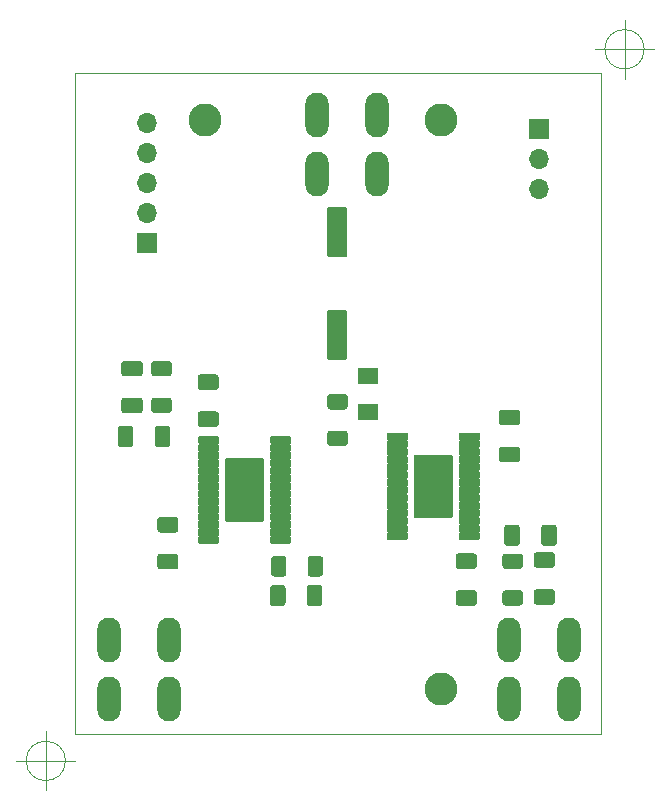
<source format=gbr>
%TF.GenerationSoftware,KiCad,Pcbnew,6.0.1*%
%TF.CreationDate,2022-06-20T02:46:21+02:00*%
%TF.ProjectId,PontHComplet_MK2,506f6e74-4843-46f6-9d70-6c65745f4d4b,rev?*%
%TF.SameCoordinates,Original*%
%TF.FileFunction,Soldermask,Top*%
%TF.FilePolarity,Negative*%
%FSLAX46Y46*%
G04 Gerber Fmt 4.6, Leading zero omitted, Abs format (unit mm)*
G04 Created by KiCad (PCBNEW 6.0.1) date 2022-06-20 02:46:21*
%MOMM*%
%LPD*%
G01*
G04 APERTURE LIST*
%TA.AperFunction,Profile*%
%ADD10C,0.050000*%
%TD*%
%ADD11R,1.800000X1.325000*%
%ADD12R,1.700000X1.700000*%
%ADD13O,1.700000X1.700000*%
%ADD14O,2.003200X3.803200*%
%ADD15C,2.800000*%
G04 APERTURE END LIST*
D10*
X126000000Y-133000000D02*
X170500000Y-132983704D01*
X170500000Y-132983704D02*
X170500000Y-77000000D01*
X170500000Y-77000000D02*
X126000000Y-77000000D01*
X126000000Y-77000000D02*
X126000000Y-133000000D01*
X125166666Y-135250000D02*
G75*
G03*
X125166666Y-135250000I-1666666J0D01*
G01*
X121000000Y-135250000D02*
X126000000Y-135250000D01*
X123500000Y-132750000D02*
X123500000Y-137750000D01*
X174166666Y-75000000D02*
G75*
G03*
X174166666Y-75000000I-1666666J0D01*
G01*
X170000000Y-75000000D02*
X175000000Y-75000000D01*
X172500000Y-72500000D02*
X172500000Y-77500000D01*
D11*
%TO.C,G8*%
X150750000Y-102625000D03*
X150750000Y-105750000D03*
%TD*%
%TO.C,D1*%
G36*
G01*
X134484424Y-119041280D02*
X133184424Y-119041280D01*
G75*
G02*
X132934424Y-118791280I0J250000D01*
G01*
X132934424Y-117966280D01*
G75*
G02*
X133184424Y-117716280I250000J0D01*
G01*
X134484424Y-117716280D01*
G75*
G02*
X134734424Y-117966280I0J-250000D01*
G01*
X134734424Y-118791280D01*
G75*
G02*
X134484424Y-119041280I-250000J0D01*
G01*
G37*
G36*
G01*
X134484424Y-115916280D02*
X133184424Y-115916280D01*
G75*
G02*
X132934424Y-115666280I0J250000D01*
G01*
X132934424Y-114841280D01*
G75*
G02*
X133184424Y-114591280I250000J0D01*
G01*
X134484424Y-114591280D01*
G75*
G02*
X134734424Y-114841280I0J-250000D01*
G01*
X134734424Y-115666280D01*
G75*
G02*
X134484424Y-115916280I-250000J0D01*
G01*
G37*
%TD*%
%TO.C,D10*%
G36*
G01*
X137900000Y-106975000D02*
X136600000Y-106975000D01*
G75*
G02*
X136350000Y-106725000I0J250000D01*
G01*
X136350000Y-105900000D01*
G75*
G02*
X136600000Y-105650000I250000J0D01*
G01*
X137900000Y-105650000D01*
G75*
G02*
X138150000Y-105900000I0J-250000D01*
G01*
X138150000Y-106725000D01*
G75*
G02*
X137900000Y-106975000I-250000J0D01*
G01*
G37*
G36*
G01*
X137900000Y-103850000D02*
X136600000Y-103850000D01*
G75*
G02*
X136350000Y-103600000I0J250000D01*
G01*
X136350000Y-102775000D01*
G75*
G02*
X136600000Y-102525000I250000J0D01*
G01*
X137900000Y-102525000D01*
G75*
G02*
X138150000Y-102775000I0J-250000D01*
G01*
X138150000Y-103600000D01*
G75*
G02*
X137900000Y-103850000I-250000J0D01*
G01*
G37*
%TD*%
%TO.C,D2*%
G36*
G01*
X129595587Y-108431986D02*
X129595587Y-107131986D01*
G75*
G02*
X129845587Y-106881986I250000J0D01*
G01*
X130670587Y-106881986D01*
G75*
G02*
X130920587Y-107131986I0J-250000D01*
G01*
X130920587Y-108431986D01*
G75*
G02*
X130670587Y-108681986I-250000J0D01*
G01*
X129845587Y-108681986D01*
G75*
G02*
X129595587Y-108431986I0J250000D01*
G01*
G37*
G36*
G01*
X132720587Y-108431986D02*
X132720587Y-107131986D01*
G75*
G02*
X132970587Y-106881986I250000J0D01*
G01*
X133795587Y-106881986D01*
G75*
G02*
X134045587Y-107131986I0J-250000D01*
G01*
X134045587Y-108431986D01*
G75*
G02*
X133795587Y-108681986I-250000J0D01*
G01*
X132970587Y-108681986D01*
G75*
G02*
X132720587Y-108431986I0J250000D01*
G01*
G37*
%TD*%
%TO.C,D3*%
G36*
G01*
X130150000Y-101375000D02*
X131450000Y-101375000D01*
G75*
G02*
X131700000Y-101625000I0J-250000D01*
G01*
X131700000Y-102450000D01*
G75*
G02*
X131450000Y-102700000I-250000J0D01*
G01*
X130150000Y-102700000D01*
G75*
G02*
X129900000Y-102450000I0J250000D01*
G01*
X129900000Y-101625000D01*
G75*
G02*
X130150000Y-101375000I250000J0D01*
G01*
G37*
G36*
G01*
X130150000Y-104500000D02*
X131450000Y-104500000D01*
G75*
G02*
X131700000Y-104750000I0J-250000D01*
G01*
X131700000Y-105575000D01*
G75*
G02*
X131450000Y-105825000I-250000J0D01*
G01*
X130150000Y-105825000D01*
G75*
G02*
X129900000Y-105575000I0J250000D01*
G01*
X129900000Y-104750000D01*
G75*
G02*
X130150000Y-104500000I250000J0D01*
G01*
G37*
%TD*%
%TO.C,D4*%
G36*
G01*
X132675000Y-101400000D02*
X133925000Y-101400000D01*
G75*
G02*
X134175000Y-101650000I0J-250000D01*
G01*
X134175000Y-102450000D01*
G75*
G02*
X133925000Y-102700000I-250000J0D01*
G01*
X132675000Y-102700000D01*
G75*
G02*
X132425000Y-102450000I0J250000D01*
G01*
X132425000Y-101650000D01*
G75*
G02*
X132675000Y-101400000I250000J0D01*
G01*
G37*
G36*
G01*
X132675000Y-104500000D02*
X133925000Y-104500000D01*
G75*
G02*
X134175000Y-104750000I0J-250000D01*
G01*
X134175000Y-105550000D01*
G75*
G02*
X133925000Y-105800000I-250000J0D01*
G01*
X132675000Y-105800000D01*
G75*
G02*
X132425000Y-105550000I0J250000D01*
G01*
X132425000Y-104750000D01*
G75*
G02*
X132675000Y-104500000I250000J0D01*
G01*
G37*
%TD*%
%TO.C,D5*%
G36*
G01*
X146977915Y-118148495D02*
X146977915Y-119398495D01*
G75*
G02*
X146727915Y-119648495I-250000J0D01*
G01*
X145927915Y-119648495D01*
G75*
G02*
X145677915Y-119398495I0J250000D01*
G01*
X145677915Y-118148495D01*
G75*
G02*
X145927915Y-117898495I250000J0D01*
G01*
X146727915Y-117898495D01*
G75*
G02*
X146977915Y-118148495I0J-250000D01*
G01*
G37*
G36*
G01*
X143877915Y-118148495D02*
X143877915Y-119398495D01*
G75*
G02*
X143627915Y-119648495I-250000J0D01*
G01*
X142827915Y-119648495D01*
G75*
G02*
X142577915Y-119398495I0J250000D01*
G01*
X142577915Y-118148495D01*
G75*
G02*
X142827915Y-117898495I250000J0D01*
G01*
X143627915Y-117898495D01*
G75*
G02*
X143877915Y-118148495I0J-250000D01*
G01*
G37*
%TD*%
%TO.C,D8*%
G36*
G01*
X146927512Y-120604899D02*
X146927512Y-121904899D01*
G75*
G02*
X146677512Y-122154899I-250000J0D01*
G01*
X145852512Y-122154899D01*
G75*
G02*
X145602512Y-121904899I0J250000D01*
G01*
X145602512Y-120604899D01*
G75*
G02*
X145852512Y-120354899I250000J0D01*
G01*
X146677512Y-120354899D01*
G75*
G02*
X146927512Y-120604899I0J-250000D01*
G01*
G37*
G36*
G01*
X143802512Y-120604899D02*
X143802512Y-121904899D01*
G75*
G02*
X143552512Y-122154899I-250000J0D01*
G01*
X142727512Y-122154899D01*
G75*
G02*
X142477512Y-121904899I0J250000D01*
G01*
X142477512Y-120604899D01*
G75*
G02*
X142727512Y-120354899I250000J0D01*
G01*
X143552512Y-120354899D01*
G75*
G02*
X143802512Y-120604899I0J-250000D01*
G01*
G37*
%TD*%
%TO.C,DRIVER_DROIT1*%
G36*
G01*
X138082356Y-108429083D02*
X136482356Y-108429083D01*
G75*
G02*
X136380756Y-108327483I0J101600D01*
G01*
X136380756Y-107877483D01*
G75*
G02*
X136482356Y-107775883I101600J0D01*
G01*
X138082356Y-107775883D01*
G75*
G02*
X138183956Y-107877483I0J-101600D01*
G01*
X138183956Y-108327483D01*
G75*
G02*
X138082356Y-108429083I-101600J0D01*
G01*
G37*
G36*
G01*
X138082356Y-109079083D02*
X136482356Y-109079083D01*
G75*
G02*
X136380756Y-108977483I0J101600D01*
G01*
X136380756Y-108527483D01*
G75*
G02*
X136482356Y-108425883I101600J0D01*
G01*
X138082356Y-108425883D01*
G75*
G02*
X138183956Y-108527483I0J-101600D01*
G01*
X138183956Y-108977483D01*
G75*
G02*
X138082356Y-109079083I-101600J0D01*
G01*
G37*
G36*
G01*
X138082356Y-109729083D02*
X136482356Y-109729083D01*
G75*
G02*
X136380756Y-109627483I0J101600D01*
G01*
X136380756Y-109177483D01*
G75*
G02*
X136482356Y-109075883I101600J0D01*
G01*
X138082356Y-109075883D01*
G75*
G02*
X138183956Y-109177483I0J-101600D01*
G01*
X138183956Y-109627483D01*
G75*
G02*
X138082356Y-109729083I-101600J0D01*
G01*
G37*
G36*
G01*
X138082356Y-110379083D02*
X136482356Y-110379083D01*
G75*
G02*
X136380756Y-110277483I0J101600D01*
G01*
X136380756Y-109827483D01*
G75*
G02*
X136482356Y-109725883I101600J0D01*
G01*
X138082356Y-109725883D01*
G75*
G02*
X138183956Y-109827483I0J-101600D01*
G01*
X138183956Y-110277483D01*
G75*
G02*
X138082356Y-110379083I-101600J0D01*
G01*
G37*
G36*
G01*
X138082356Y-111029083D02*
X136482356Y-111029083D01*
G75*
G02*
X136380756Y-110927483I0J101600D01*
G01*
X136380756Y-110477483D01*
G75*
G02*
X136482356Y-110375883I101600J0D01*
G01*
X138082356Y-110375883D01*
G75*
G02*
X138183956Y-110477483I0J-101600D01*
G01*
X138183956Y-110927483D01*
G75*
G02*
X138082356Y-111029083I-101600J0D01*
G01*
G37*
G36*
G01*
X138082356Y-111679083D02*
X136482356Y-111679083D01*
G75*
G02*
X136380756Y-111577483I0J101600D01*
G01*
X136380756Y-111127483D01*
G75*
G02*
X136482356Y-111025883I101600J0D01*
G01*
X138082356Y-111025883D01*
G75*
G02*
X138183956Y-111127483I0J-101600D01*
G01*
X138183956Y-111577483D01*
G75*
G02*
X138082356Y-111679083I-101600J0D01*
G01*
G37*
G36*
G01*
X138082356Y-112329083D02*
X136482356Y-112329083D01*
G75*
G02*
X136380756Y-112227483I0J101600D01*
G01*
X136380756Y-111777483D01*
G75*
G02*
X136482356Y-111675883I101600J0D01*
G01*
X138082356Y-111675883D01*
G75*
G02*
X138183956Y-111777483I0J-101600D01*
G01*
X138183956Y-112227483D01*
G75*
G02*
X138082356Y-112329083I-101600J0D01*
G01*
G37*
G36*
G01*
X138082356Y-112979083D02*
X136482356Y-112979083D01*
G75*
G02*
X136380756Y-112877483I0J101600D01*
G01*
X136380756Y-112427483D01*
G75*
G02*
X136482356Y-112325883I101600J0D01*
G01*
X138082356Y-112325883D01*
G75*
G02*
X138183956Y-112427483I0J-101600D01*
G01*
X138183956Y-112877483D01*
G75*
G02*
X138082356Y-112979083I-101600J0D01*
G01*
G37*
G36*
G01*
X138082356Y-113629083D02*
X136482356Y-113629083D01*
G75*
G02*
X136380756Y-113527483I0J101600D01*
G01*
X136380756Y-113077483D01*
G75*
G02*
X136482356Y-112975883I101600J0D01*
G01*
X138082356Y-112975883D01*
G75*
G02*
X138183956Y-113077483I0J-101600D01*
G01*
X138183956Y-113527483D01*
G75*
G02*
X138082356Y-113629083I-101600J0D01*
G01*
G37*
G36*
G01*
X138082356Y-114279083D02*
X136482356Y-114279083D01*
G75*
G02*
X136380756Y-114177483I0J101600D01*
G01*
X136380756Y-113727483D01*
G75*
G02*
X136482356Y-113625883I101600J0D01*
G01*
X138082356Y-113625883D01*
G75*
G02*
X138183956Y-113727483I0J-101600D01*
G01*
X138183956Y-114177483D01*
G75*
G02*
X138082356Y-114279083I-101600J0D01*
G01*
G37*
G36*
G01*
X138082356Y-114929083D02*
X136482356Y-114929083D01*
G75*
G02*
X136380756Y-114827483I0J101600D01*
G01*
X136380756Y-114377483D01*
G75*
G02*
X136482356Y-114275883I101600J0D01*
G01*
X138082356Y-114275883D01*
G75*
G02*
X138183956Y-114377483I0J-101600D01*
G01*
X138183956Y-114827483D01*
G75*
G02*
X138082356Y-114929083I-101600J0D01*
G01*
G37*
G36*
G01*
X138082356Y-115579083D02*
X136482356Y-115579083D01*
G75*
G02*
X136380756Y-115477483I0J101600D01*
G01*
X136380756Y-115027483D01*
G75*
G02*
X136482356Y-114925883I101600J0D01*
G01*
X138082356Y-114925883D01*
G75*
G02*
X138183956Y-115027483I0J-101600D01*
G01*
X138183956Y-115477483D01*
G75*
G02*
X138082356Y-115579083I-101600J0D01*
G01*
G37*
G36*
G01*
X138082356Y-116229083D02*
X136482356Y-116229083D01*
G75*
G02*
X136380756Y-116127483I0J101600D01*
G01*
X136380756Y-115677483D01*
G75*
G02*
X136482356Y-115575883I101600J0D01*
G01*
X138082356Y-115575883D01*
G75*
G02*
X138183956Y-115677483I0J-101600D01*
G01*
X138183956Y-116127483D01*
G75*
G02*
X138082356Y-116229083I-101600J0D01*
G01*
G37*
G36*
G01*
X138082356Y-116879083D02*
X136482356Y-116879083D01*
G75*
G02*
X136380756Y-116777483I0J101600D01*
G01*
X136380756Y-116327483D01*
G75*
G02*
X136482356Y-116225883I101600J0D01*
G01*
X138082356Y-116225883D01*
G75*
G02*
X138183956Y-116327483I0J-101600D01*
G01*
X138183956Y-116777483D01*
G75*
G02*
X138082356Y-116879083I-101600J0D01*
G01*
G37*
G36*
G01*
X144182356Y-116879083D02*
X142582356Y-116879083D01*
G75*
G02*
X142480756Y-116777483I0J101600D01*
G01*
X142480756Y-116327483D01*
G75*
G02*
X142582356Y-116225883I101600J0D01*
G01*
X144182356Y-116225883D01*
G75*
G02*
X144283956Y-116327483I0J-101600D01*
G01*
X144283956Y-116777483D01*
G75*
G02*
X144182356Y-116879083I-101600J0D01*
G01*
G37*
G36*
G01*
X144182356Y-116229083D02*
X142582356Y-116229083D01*
G75*
G02*
X142480756Y-116127483I0J101600D01*
G01*
X142480756Y-115677483D01*
G75*
G02*
X142582356Y-115575883I101600J0D01*
G01*
X144182356Y-115575883D01*
G75*
G02*
X144283956Y-115677483I0J-101600D01*
G01*
X144283956Y-116127483D01*
G75*
G02*
X144182356Y-116229083I-101600J0D01*
G01*
G37*
G36*
G01*
X144182356Y-115579083D02*
X142582356Y-115579083D01*
G75*
G02*
X142480756Y-115477483I0J101600D01*
G01*
X142480756Y-115027483D01*
G75*
G02*
X142582356Y-114925883I101600J0D01*
G01*
X144182356Y-114925883D01*
G75*
G02*
X144283956Y-115027483I0J-101600D01*
G01*
X144283956Y-115477483D01*
G75*
G02*
X144182356Y-115579083I-101600J0D01*
G01*
G37*
G36*
G01*
X144182356Y-114929083D02*
X142582356Y-114929083D01*
G75*
G02*
X142480756Y-114827483I0J101600D01*
G01*
X142480756Y-114377483D01*
G75*
G02*
X142582356Y-114275883I101600J0D01*
G01*
X144182356Y-114275883D01*
G75*
G02*
X144283956Y-114377483I0J-101600D01*
G01*
X144283956Y-114827483D01*
G75*
G02*
X144182356Y-114929083I-101600J0D01*
G01*
G37*
G36*
G01*
X144182356Y-114279083D02*
X142582356Y-114279083D01*
G75*
G02*
X142480756Y-114177483I0J101600D01*
G01*
X142480756Y-113727483D01*
G75*
G02*
X142582356Y-113625883I101600J0D01*
G01*
X144182356Y-113625883D01*
G75*
G02*
X144283956Y-113727483I0J-101600D01*
G01*
X144283956Y-114177483D01*
G75*
G02*
X144182356Y-114279083I-101600J0D01*
G01*
G37*
G36*
G01*
X144182356Y-113629083D02*
X142582356Y-113629083D01*
G75*
G02*
X142480756Y-113527483I0J101600D01*
G01*
X142480756Y-113077483D01*
G75*
G02*
X142582356Y-112975883I101600J0D01*
G01*
X144182356Y-112975883D01*
G75*
G02*
X144283956Y-113077483I0J-101600D01*
G01*
X144283956Y-113527483D01*
G75*
G02*
X144182356Y-113629083I-101600J0D01*
G01*
G37*
G36*
G01*
X144182356Y-112979083D02*
X142582356Y-112979083D01*
G75*
G02*
X142480756Y-112877483I0J101600D01*
G01*
X142480756Y-112427483D01*
G75*
G02*
X142582356Y-112325883I101600J0D01*
G01*
X144182356Y-112325883D01*
G75*
G02*
X144283956Y-112427483I0J-101600D01*
G01*
X144283956Y-112877483D01*
G75*
G02*
X144182356Y-112979083I-101600J0D01*
G01*
G37*
G36*
G01*
X144182356Y-112329083D02*
X142582356Y-112329083D01*
G75*
G02*
X142480756Y-112227483I0J101600D01*
G01*
X142480756Y-111777483D01*
G75*
G02*
X142582356Y-111675883I101600J0D01*
G01*
X144182356Y-111675883D01*
G75*
G02*
X144283956Y-111777483I0J-101600D01*
G01*
X144283956Y-112227483D01*
G75*
G02*
X144182356Y-112329083I-101600J0D01*
G01*
G37*
G36*
G01*
X144182356Y-111679083D02*
X142582356Y-111679083D01*
G75*
G02*
X142480756Y-111577483I0J101600D01*
G01*
X142480756Y-111127483D01*
G75*
G02*
X142582356Y-111025883I101600J0D01*
G01*
X144182356Y-111025883D01*
G75*
G02*
X144283956Y-111127483I0J-101600D01*
G01*
X144283956Y-111577483D01*
G75*
G02*
X144182356Y-111679083I-101600J0D01*
G01*
G37*
G36*
G01*
X144182356Y-111029083D02*
X142582356Y-111029083D01*
G75*
G02*
X142480756Y-110927483I0J101600D01*
G01*
X142480756Y-110477483D01*
G75*
G02*
X142582356Y-110375883I101600J0D01*
G01*
X144182356Y-110375883D01*
G75*
G02*
X144283956Y-110477483I0J-101600D01*
G01*
X144283956Y-110927483D01*
G75*
G02*
X144182356Y-111029083I-101600J0D01*
G01*
G37*
G36*
G01*
X144182356Y-110379083D02*
X142582356Y-110379083D01*
G75*
G02*
X142480756Y-110277483I0J101600D01*
G01*
X142480756Y-109827483D01*
G75*
G02*
X142582356Y-109725883I101600J0D01*
G01*
X144182356Y-109725883D01*
G75*
G02*
X144283956Y-109827483I0J-101600D01*
G01*
X144283956Y-110277483D01*
G75*
G02*
X144182356Y-110379083I-101600J0D01*
G01*
G37*
G36*
G01*
X144182356Y-109729083D02*
X142582356Y-109729083D01*
G75*
G02*
X142480756Y-109627483I0J101600D01*
G01*
X142480756Y-109177483D01*
G75*
G02*
X142582356Y-109075883I101600J0D01*
G01*
X144182356Y-109075883D01*
G75*
G02*
X144283956Y-109177483I0J-101600D01*
G01*
X144283956Y-109627483D01*
G75*
G02*
X144182356Y-109729083I-101600J0D01*
G01*
G37*
G36*
G01*
X144182356Y-109079083D02*
X142582356Y-109079083D01*
G75*
G02*
X142480756Y-108977483I0J101600D01*
G01*
X142480756Y-108527483D01*
G75*
G02*
X142582356Y-108425883I101600J0D01*
G01*
X144182356Y-108425883D01*
G75*
G02*
X144283956Y-108527483I0J-101600D01*
G01*
X144283956Y-108977483D01*
G75*
G02*
X144182356Y-109079083I-101600J0D01*
G01*
G37*
G36*
G01*
X144182356Y-108429083D02*
X142582356Y-108429083D01*
G75*
G02*
X142480756Y-108327483I0J101600D01*
G01*
X142480756Y-107877483D01*
G75*
G02*
X142582356Y-107775883I101600J0D01*
G01*
X144182356Y-107775883D01*
G75*
G02*
X144283956Y-107877483I0J-101600D01*
G01*
X144283956Y-108327483D01*
G75*
G02*
X144182356Y-108429083I-101600J0D01*
G01*
G37*
G36*
G01*
X138680756Y-114917483D02*
X138680756Y-109737483D01*
G75*
G02*
X138782356Y-109635883I101600J0D01*
G01*
X141882356Y-109635883D01*
G75*
G02*
X141983956Y-109737483I0J-101600D01*
G01*
X141983956Y-114917483D01*
G75*
G02*
X141882356Y-115019083I-101600J0D01*
G01*
X138782356Y-115019083D01*
G75*
G02*
X138680756Y-114917483I0J101600D01*
G01*
G37*
G36*
G01*
X139980759Y-112327483D02*
X139980759Y-112327483D01*
G75*
G02*
X140332359Y-111975883I351600J0D01*
G01*
X140332359Y-111975883D01*
G75*
G02*
X140683959Y-112327483I0J-351600D01*
G01*
X140683959Y-112327483D01*
G75*
G02*
X140332359Y-112679083I-351600J0D01*
G01*
X140332359Y-112679083D01*
G75*
G02*
X139980759Y-112327483I0J351600D01*
G01*
G37*
%TD*%
%TO.C,DRIVER_GAUCHE1*%
G36*
G01*
X158554068Y-115907724D02*
X160154068Y-115907724D01*
G75*
G02*
X160255668Y-116009324I0J-101600D01*
G01*
X160255668Y-116459324D01*
G75*
G02*
X160154068Y-116560924I-101600J0D01*
G01*
X158554068Y-116560924D01*
G75*
G02*
X158452468Y-116459324I0J101600D01*
G01*
X158452468Y-116009324D01*
G75*
G02*
X158554068Y-115907724I101600J0D01*
G01*
G37*
G36*
G01*
X158554068Y-115257724D02*
X160154068Y-115257724D01*
G75*
G02*
X160255668Y-115359324I0J-101600D01*
G01*
X160255668Y-115809324D01*
G75*
G02*
X160154068Y-115910924I-101600J0D01*
G01*
X158554068Y-115910924D01*
G75*
G02*
X158452468Y-115809324I0J101600D01*
G01*
X158452468Y-115359324D01*
G75*
G02*
X158554068Y-115257724I101600J0D01*
G01*
G37*
G36*
G01*
X158554068Y-114607724D02*
X160154068Y-114607724D01*
G75*
G02*
X160255668Y-114709324I0J-101600D01*
G01*
X160255668Y-115159324D01*
G75*
G02*
X160154068Y-115260924I-101600J0D01*
G01*
X158554068Y-115260924D01*
G75*
G02*
X158452468Y-115159324I0J101600D01*
G01*
X158452468Y-114709324D01*
G75*
G02*
X158554068Y-114607724I101600J0D01*
G01*
G37*
G36*
G01*
X158554068Y-113957724D02*
X160154068Y-113957724D01*
G75*
G02*
X160255668Y-114059324I0J-101600D01*
G01*
X160255668Y-114509324D01*
G75*
G02*
X160154068Y-114610924I-101600J0D01*
G01*
X158554068Y-114610924D01*
G75*
G02*
X158452468Y-114509324I0J101600D01*
G01*
X158452468Y-114059324D01*
G75*
G02*
X158554068Y-113957724I101600J0D01*
G01*
G37*
G36*
G01*
X158554068Y-113307724D02*
X160154068Y-113307724D01*
G75*
G02*
X160255668Y-113409324I0J-101600D01*
G01*
X160255668Y-113859324D01*
G75*
G02*
X160154068Y-113960924I-101600J0D01*
G01*
X158554068Y-113960924D01*
G75*
G02*
X158452468Y-113859324I0J101600D01*
G01*
X158452468Y-113409324D01*
G75*
G02*
X158554068Y-113307724I101600J0D01*
G01*
G37*
G36*
G01*
X158554068Y-112657724D02*
X160154068Y-112657724D01*
G75*
G02*
X160255668Y-112759324I0J-101600D01*
G01*
X160255668Y-113209324D01*
G75*
G02*
X160154068Y-113310924I-101600J0D01*
G01*
X158554068Y-113310924D01*
G75*
G02*
X158452468Y-113209324I0J101600D01*
G01*
X158452468Y-112759324D01*
G75*
G02*
X158554068Y-112657724I101600J0D01*
G01*
G37*
G36*
G01*
X158554068Y-112007724D02*
X160154068Y-112007724D01*
G75*
G02*
X160255668Y-112109324I0J-101600D01*
G01*
X160255668Y-112559324D01*
G75*
G02*
X160154068Y-112660924I-101600J0D01*
G01*
X158554068Y-112660924D01*
G75*
G02*
X158452468Y-112559324I0J101600D01*
G01*
X158452468Y-112109324D01*
G75*
G02*
X158554068Y-112007724I101600J0D01*
G01*
G37*
G36*
G01*
X158554068Y-111357724D02*
X160154068Y-111357724D01*
G75*
G02*
X160255668Y-111459324I0J-101600D01*
G01*
X160255668Y-111909324D01*
G75*
G02*
X160154068Y-112010924I-101600J0D01*
G01*
X158554068Y-112010924D01*
G75*
G02*
X158452468Y-111909324I0J101600D01*
G01*
X158452468Y-111459324D01*
G75*
G02*
X158554068Y-111357724I101600J0D01*
G01*
G37*
G36*
G01*
X158554068Y-110707724D02*
X160154068Y-110707724D01*
G75*
G02*
X160255668Y-110809324I0J-101600D01*
G01*
X160255668Y-111259324D01*
G75*
G02*
X160154068Y-111360924I-101600J0D01*
G01*
X158554068Y-111360924D01*
G75*
G02*
X158452468Y-111259324I0J101600D01*
G01*
X158452468Y-110809324D01*
G75*
G02*
X158554068Y-110707724I101600J0D01*
G01*
G37*
G36*
G01*
X158554068Y-110057724D02*
X160154068Y-110057724D01*
G75*
G02*
X160255668Y-110159324I0J-101600D01*
G01*
X160255668Y-110609324D01*
G75*
G02*
X160154068Y-110710924I-101600J0D01*
G01*
X158554068Y-110710924D01*
G75*
G02*
X158452468Y-110609324I0J101600D01*
G01*
X158452468Y-110159324D01*
G75*
G02*
X158554068Y-110057724I101600J0D01*
G01*
G37*
G36*
G01*
X158554068Y-109407724D02*
X160154068Y-109407724D01*
G75*
G02*
X160255668Y-109509324I0J-101600D01*
G01*
X160255668Y-109959324D01*
G75*
G02*
X160154068Y-110060924I-101600J0D01*
G01*
X158554068Y-110060924D01*
G75*
G02*
X158452468Y-109959324I0J101600D01*
G01*
X158452468Y-109509324D01*
G75*
G02*
X158554068Y-109407724I101600J0D01*
G01*
G37*
G36*
G01*
X158554068Y-108757724D02*
X160154068Y-108757724D01*
G75*
G02*
X160255668Y-108859324I0J-101600D01*
G01*
X160255668Y-109309324D01*
G75*
G02*
X160154068Y-109410924I-101600J0D01*
G01*
X158554068Y-109410924D01*
G75*
G02*
X158452468Y-109309324I0J101600D01*
G01*
X158452468Y-108859324D01*
G75*
G02*
X158554068Y-108757724I101600J0D01*
G01*
G37*
G36*
G01*
X158554068Y-108107724D02*
X160154068Y-108107724D01*
G75*
G02*
X160255668Y-108209324I0J-101600D01*
G01*
X160255668Y-108659324D01*
G75*
G02*
X160154068Y-108760924I-101600J0D01*
G01*
X158554068Y-108760924D01*
G75*
G02*
X158452468Y-108659324I0J101600D01*
G01*
X158452468Y-108209324D01*
G75*
G02*
X158554068Y-108107724I101600J0D01*
G01*
G37*
G36*
G01*
X158554068Y-107457724D02*
X160154068Y-107457724D01*
G75*
G02*
X160255668Y-107559324I0J-101600D01*
G01*
X160255668Y-108009324D01*
G75*
G02*
X160154068Y-108110924I-101600J0D01*
G01*
X158554068Y-108110924D01*
G75*
G02*
X158452468Y-108009324I0J101600D01*
G01*
X158452468Y-107559324D01*
G75*
G02*
X158554068Y-107457724I101600J0D01*
G01*
G37*
G36*
G01*
X152454068Y-107457724D02*
X154054068Y-107457724D01*
G75*
G02*
X154155668Y-107559324I0J-101600D01*
G01*
X154155668Y-108009324D01*
G75*
G02*
X154054068Y-108110924I-101600J0D01*
G01*
X152454068Y-108110924D01*
G75*
G02*
X152352468Y-108009324I0J101600D01*
G01*
X152352468Y-107559324D01*
G75*
G02*
X152454068Y-107457724I101600J0D01*
G01*
G37*
G36*
G01*
X152454068Y-108107724D02*
X154054068Y-108107724D01*
G75*
G02*
X154155668Y-108209324I0J-101600D01*
G01*
X154155668Y-108659324D01*
G75*
G02*
X154054068Y-108760924I-101600J0D01*
G01*
X152454068Y-108760924D01*
G75*
G02*
X152352468Y-108659324I0J101600D01*
G01*
X152352468Y-108209324D01*
G75*
G02*
X152454068Y-108107724I101600J0D01*
G01*
G37*
G36*
G01*
X152454068Y-108757724D02*
X154054068Y-108757724D01*
G75*
G02*
X154155668Y-108859324I0J-101600D01*
G01*
X154155668Y-109309324D01*
G75*
G02*
X154054068Y-109410924I-101600J0D01*
G01*
X152454068Y-109410924D01*
G75*
G02*
X152352468Y-109309324I0J101600D01*
G01*
X152352468Y-108859324D01*
G75*
G02*
X152454068Y-108757724I101600J0D01*
G01*
G37*
G36*
G01*
X152454068Y-109407724D02*
X154054068Y-109407724D01*
G75*
G02*
X154155668Y-109509324I0J-101600D01*
G01*
X154155668Y-109959324D01*
G75*
G02*
X154054068Y-110060924I-101600J0D01*
G01*
X152454068Y-110060924D01*
G75*
G02*
X152352468Y-109959324I0J101600D01*
G01*
X152352468Y-109509324D01*
G75*
G02*
X152454068Y-109407724I101600J0D01*
G01*
G37*
G36*
G01*
X152454068Y-110057724D02*
X154054068Y-110057724D01*
G75*
G02*
X154155668Y-110159324I0J-101600D01*
G01*
X154155668Y-110609324D01*
G75*
G02*
X154054068Y-110710924I-101600J0D01*
G01*
X152454068Y-110710924D01*
G75*
G02*
X152352468Y-110609324I0J101600D01*
G01*
X152352468Y-110159324D01*
G75*
G02*
X152454068Y-110057724I101600J0D01*
G01*
G37*
G36*
G01*
X152454068Y-110707724D02*
X154054068Y-110707724D01*
G75*
G02*
X154155668Y-110809324I0J-101600D01*
G01*
X154155668Y-111259324D01*
G75*
G02*
X154054068Y-111360924I-101600J0D01*
G01*
X152454068Y-111360924D01*
G75*
G02*
X152352468Y-111259324I0J101600D01*
G01*
X152352468Y-110809324D01*
G75*
G02*
X152454068Y-110707724I101600J0D01*
G01*
G37*
G36*
G01*
X152454068Y-111357724D02*
X154054068Y-111357724D01*
G75*
G02*
X154155668Y-111459324I0J-101600D01*
G01*
X154155668Y-111909324D01*
G75*
G02*
X154054068Y-112010924I-101600J0D01*
G01*
X152454068Y-112010924D01*
G75*
G02*
X152352468Y-111909324I0J101600D01*
G01*
X152352468Y-111459324D01*
G75*
G02*
X152454068Y-111357724I101600J0D01*
G01*
G37*
G36*
G01*
X152454068Y-112007724D02*
X154054068Y-112007724D01*
G75*
G02*
X154155668Y-112109324I0J-101600D01*
G01*
X154155668Y-112559324D01*
G75*
G02*
X154054068Y-112660924I-101600J0D01*
G01*
X152454068Y-112660924D01*
G75*
G02*
X152352468Y-112559324I0J101600D01*
G01*
X152352468Y-112109324D01*
G75*
G02*
X152454068Y-112007724I101600J0D01*
G01*
G37*
G36*
G01*
X152454068Y-112657724D02*
X154054068Y-112657724D01*
G75*
G02*
X154155668Y-112759324I0J-101600D01*
G01*
X154155668Y-113209324D01*
G75*
G02*
X154054068Y-113310924I-101600J0D01*
G01*
X152454068Y-113310924D01*
G75*
G02*
X152352468Y-113209324I0J101600D01*
G01*
X152352468Y-112759324D01*
G75*
G02*
X152454068Y-112657724I101600J0D01*
G01*
G37*
G36*
G01*
X152454068Y-113307724D02*
X154054068Y-113307724D01*
G75*
G02*
X154155668Y-113409324I0J-101600D01*
G01*
X154155668Y-113859324D01*
G75*
G02*
X154054068Y-113960924I-101600J0D01*
G01*
X152454068Y-113960924D01*
G75*
G02*
X152352468Y-113859324I0J101600D01*
G01*
X152352468Y-113409324D01*
G75*
G02*
X152454068Y-113307724I101600J0D01*
G01*
G37*
G36*
G01*
X152454068Y-113957724D02*
X154054068Y-113957724D01*
G75*
G02*
X154155668Y-114059324I0J-101600D01*
G01*
X154155668Y-114509324D01*
G75*
G02*
X154054068Y-114610924I-101600J0D01*
G01*
X152454068Y-114610924D01*
G75*
G02*
X152352468Y-114509324I0J101600D01*
G01*
X152352468Y-114059324D01*
G75*
G02*
X152454068Y-113957724I101600J0D01*
G01*
G37*
G36*
G01*
X152454068Y-114607724D02*
X154054068Y-114607724D01*
G75*
G02*
X154155668Y-114709324I0J-101600D01*
G01*
X154155668Y-115159324D01*
G75*
G02*
X154054068Y-115260924I-101600J0D01*
G01*
X152454068Y-115260924D01*
G75*
G02*
X152352468Y-115159324I0J101600D01*
G01*
X152352468Y-114709324D01*
G75*
G02*
X152454068Y-114607724I101600J0D01*
G01*
G37*
G36*
G01*
X152454068Y-115257724D02*
X154054068Y-115257724D01*
G75*
G02*
X154155668Y-115359324I0J-101600D01*
G01*
X154155668Y-115809324D01*
G75*
G02*
X154054068Y-115910924I-101600J0D01*
G01*
X152454068Y-115910924D01*
G75*
G02*
X152352468Y-115809324I0J101600D01*
G01*
X152352468Y-115359324D01*
G75*
G02*
X152454068Y-115257724I101600J0D01*
G01*
G37*
G36*
G01*
X152454068Y-115907724D02*
X154054068Y-115907724D01*
G75*
G02*
X154155668Y-116009324I0J-101600D01*
G01*
X154155668Y-116459324D01*
G75*
G02*
X154054068Y-116560924I-101600J0D01*
G01*
X152454068Y-116560924D01*
G75*
G02*
X152352468Y-116459324I0J101600D01*
G01*
X152352468Y-116009324D01*
G75*
G02*
X152454068Y-115907724I101600J0D01*
G01*
G37*
G36*
G01*
X157955668Y-109419324D02*
X157955668Y-114599324D01*
G75*
G02*
X157854068Y-114700924I-101600J0D01*
G01*
X154754068Y-114700924D01*
G75*
G02*
X154652468Y-114599324I0J101600D01*
G01*
X154652468Y-109419324D01*
G75*
G02*
X154754068Y-109317724I101600J0D01*
G01*
X157854068Y-109317724D01*
G75*
G02*
X157955668Y-109419324I0J-101600D01*
G01*
G37*
G36*
G01*
X156655665Y-112009324D02*
X156655665Y-112009324D01*
G75*
G02*
X156304065Y-112360924I-351600J0D01*
G01*
X156304065Y-112360924D01*
G75*
G02*
X155952465Y-112009324I0J351600D01*
G01*
X155952465Y-112009324D01*
G75*
G02*
X156304065Y-111657724I351600J0D01*
G01*
X156304065Y-111657724D01*
G75*
G02*
X156655665Y-112009324I0J-351600D01*
G01*
G37*
%TD*%
%TO.C,G3*%
G36*
G01*
X148914656Y-101304177D02*
X147416056Y-101304177D01*
G75*
G02*
X147314456Y-101202577I0J101600D01*
G01*
X147314456Y-97189377D01*
G75*
G02*
X147416056Y-97087777I101600J0D01*
G01*
X148914656Y-97087777D01*
G75*
G02*
X149016256Y-97189377I0J-101600D01*
G01*
X149016256Y-101202577D01*
G75*
G02*
X148914656Y-101304177I-101600J0D01*
G01*
G37*
G36*
G01*
X148914656Y-92591977D02*
X147416056Y-92591977D01*
G75*
G02*
X147314456Y-92490377I0J101600D01*
G01*
X147314456Y-88477177D01*
G75*
G02*
X147416056Y-88375577I101600J0D01*
G01*
X148914656Y-88375577D01*
G75*
G02*
X149016256Y-88477177I0J-101600D01*
G01*
X149016256Y-92490377D01*
G75*
G02*
X148914656Y-92591977I-101600J0D01*
G01*
G37*
%TD*%
%TO.C,G1*%
G36*
G01*
X166765277Y-115505945D02*
X166765277Y-116805945D01*
G75*
G02*
X166515277Y-117055945I-250000J0D01*
G01*
X165690277Y-117055945D01*
G75*
G02*
X165440277Y-116805945I0J250000D01*
G01*
X165440277Y-115505945D01*
G75*
G02*
X165690277Y-115255945I250000J0D01*
G01*
X166515277Y-115255945D01*
G75*
G02*
X166765277Y-115505945I0J-250000D01*
G01*
G37*
G36*
G01*
X163640277Y-115505945D02*
X163640277Y-116805945D01*
G75*
G02*
X163390277Y-117055945I-250000J0D01*
G01*
X162565277Y-117055945D01*
G75*
G02*
X162315277Y-116805945I0J250000D01*
G01*
X162315277Y-115505945D01*
G75*
G02*
X162565277Y-115255945I250000J0D01*
G01*
X163390277Y-115255945D01*
G75*
G02*
X163640277Y-115505945I0J-250000D01*
G01*
G37*
%TD*%
%TO.C,G11*%
G36*
G01*
X158450000Y-117675000D02*
X159750000Y-117675000D01*
G75*
G02*
X160000000Y-117925000I0J-250000D01*
G01*
X160000000Y-118750000D01*
G75*
G02*
X159750000Y-119000000I-250000J0D01*
G01*
X158450000Y-119000000D01*
G75*
G02*
X158200000Y-118750000I0J250000D01*
G01*
X158200000Y-117925000D01*
G75*
G02*
X158450000Y-117675000I250000J0D01*
G01*
G37*
G36*
G01*
X158450000Y-120800000D02*
X159750000Y-120800000D01*
G75*
G02*
X160000000Y-121050000I0J-250000D01*
G01*
X160000000Y-121875000D01*
G75*
G02*
X159750000Y-122125000I-250000J0D01*
G01*
X158450000Y-122125000D01*
G75*
G02*
X158200000Y-121875000I0J250000D01*
G01*
X158200000Y-121050000D01*
G75*
G02*
X158450000Y-120800000I250000J0D01*
G01*
G37*
%TD*%
%TO.C,G2*%
G36*
G01*
X162110596Y-105509500D02*
X163410596Y-105509500D01*
G75*
G02*
X163660596Y-105759500I0J-250000D01*
G01*
X163660596Y-106584500D01*
G75*
G02*
X163410596Y-106834500I-250000J0D01*
G01*
X162110596Y-106834500D01*
G75*
G02*
X161860596Y-106584500I0J250000D01*
G01*
X161860596Y-105759500D01*
G75*
G02*
X162110596Y-105509500I250000J0D01*
G01*
G37*
G36*
G01*
X162110596Y-108634500D02*
X163410596Y-108634500D01*
G75*
G02*
X163660596Y-108884500I0J-250000D01*
G01*
X163660596Y-109709500D01*
G75*
G02*
X163410596Y-109959500I-250000J0D01*
G01*
X162110596Y-109959500D01*
G75*
G02*
X161860596Y-109709500I0J250000D01*
G01*
X161860596Y-108884500D01*
G75*
G02*
X162110596Y-108634500I250000J0D01*
G01*
G37*
%TD*%
%TO.C,G4*%
G36*
G01*
X166352709Y-122032774D02*
X165052709Y-122032774D01*
G75*
G02*
X164802709Y-121782774I0J250000D01*
G01*
X164802709Y-120957774D01*
G75*
G02*
X165052709Y-120707774I250000J0D01*
G01*
X166352709Y-120707774D01*
G75*
G02*
X166602709Y-120957774I0J-250000D01*
G01*
X166602709Y-121782774D01*
G75*
G02*
X166352709Y-122032774I-250000J0D01*
G01*
G37*
G36*
G01*
X166352709Y-118907774D02*
X165052709Y-118907774D01*
G75*
G02*
X164802709Y-118657774I0J250000D01*
G01*
X164802709Y-117832774D01*
G75*
G02*
X165052709Y-117582774I250000J0D01*
G01*
X166352709Y-117582774D01*
G75*
G02*
X166602709Y-117832774I0J-250000D01*
G01*
X166602709Y-118657774D01*
G75*
G02*
X166352709Y-118907774I-250000J0D01*
G01*
G37*
%TD*%
%TO.C,G5*%
G36*
G01*
X163655324Y-122095780D02*
X162405324Y-122095780D01*
G75*
G02*
X162155324Y-121845780I0J250000D01*
G01*
X162155324Y-121045780D01*
G75*
G02*
X162405324Y-120795780I250000J0D01*
G01*
X163655324Y-120795780D01*
G75*
G02*
X163905324Y-121045780I0J-250000D01*
G01*
X163905324Y-121845780D01*
G75*
G02*
X163655324Y-122095780I-250000J0D01*
G01*
G37*
G36*
G01*
X163655324Y-118995780D02*
X162405324Y-118995780D01*
G75*
G02*
X162155324Y-118745780I0J250000D01*
G01*
X162155324Y-117945780D01*
G75*
G02*
X162405324Y-117695780I250000J0D01*
G01*
X163655324Y-117695780D01*
G75*
G02*
X163905324Y-117945780I0J-250000D01*
G01*
X163905324Y-118745780D01*
G75*
G02*
X163655324Y-118995780I-250000J0D01*
G01*
G37*
%TD*%
%TO.C,G6*%
G36*
G01*
X148825000Y-108601000D02*
X147575000Y-108601000D01*
G75*
G02*
X147325000Y-108351000I0J250000D01*
G01*
X147325000Y-107551000D01*
G75*
G02*
X147575000Y-107301000I250000J0D01*
G01*
X148825000Y-107301000D01*
G75*
G02*
X149075000Y-107551000I0J-250000D01*
G01*
X149075000Y-108351000D01*
G75*
G02*
X148825000Y-108601000I-250000J0D01*
G01*
G37*
G36*
G01*
X148825000Y-105501000D02*
X147575000Y-105501000D01*
G75*
G02*
X147325000Y-105251000I0J250000D01*
G01*
X147325000Y-104451000D01*
G75*
G02*
X147575000Y-104201000I250000J0D01*
G01*
X148825000Y-104201000D01*
G75*
G02*
X149075000Y-104451000I0J-250000D01*
G01*
X149075000Y-105251000D01*
G75*
G02*
X148825000Y-105501000I-250000J0D01*
G01*
G37*
%TD*%
D12*
%TO.C,JP1*%
X165250000Y-81750000D03*
D13*
X165250000Y-84290000D03*
X165250000Y-86830000D03*
%TD*%
D12*
%TO.C,JP2*%
X132080000Y-91440000D03*
D13*
X132080000Y-88900000D03*
X132080000Y-86360000D03*
X132080000Y-83820000D03*
X132080000Y-81280000D03*
%TD*%
D14*
%TO.C,MOTEUR_D1*%
X133933406Y-130010636D03*
X128853406Y-130010636D03*
X133933406Y-125010636D03*
X128853406Y-125010636D03*
%TD*%
%TO.C,MOTEUR_G1*%
X167791606Y-129999205D03*
X162711606Y-129999205D03*
X167791606Y-124999205D03*
X162711606Y-124999205D03*
%TD*%
%TO.C,X1*%
X146430577Y-80577102D03*
X151510577Y-80577102D03*
X146430577Y-85577102D03*
X151510577Y-85577102D03*
%TD*%
D15*
%TO.C,H1*%
X157000000Y-129173545D03*
%TD*%
%TO.C,H3*%
X137000000Y-81000000D03*
%TD*%
%TO.C,H2*%
X157000000Y-81000000D03*
%TD*%
M02*

</source>
